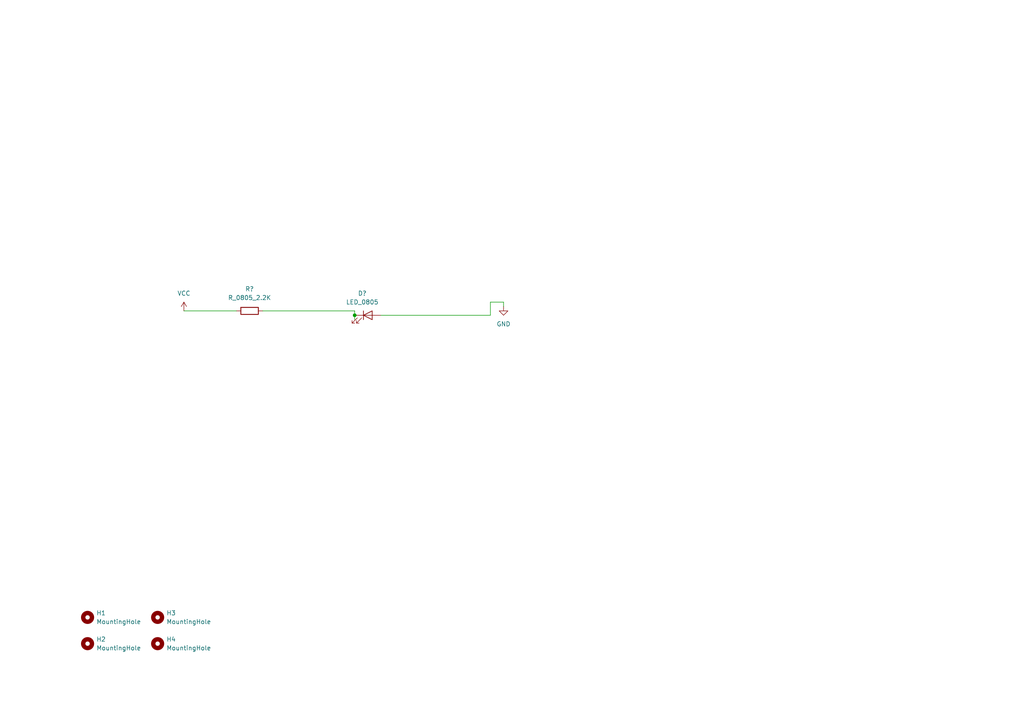
<source format=kicad_sch>
(kicad_sch (version 20211123) (generator eeschema)
  (paper "A4")
  (lib_symbols
    (symbol "HPS:GND" (power) (pin_names (offset 0))
      (property "Value" "GND" (at 0 -3.81 0))
      (symbol "GND_0_1"
        (polyline (pts (xy 0 0) (xy 0 -1.27) (xy 1.27 -1.27) (xy 0 -2.54) (xy -1.27 -1.27) (xy 0 -1.27)))
      )
      (symbol "GND_1_1"
        (pin power_in line (at 0 0 270) (length 0) hide (name "GND") (number "1"))
      )
    )
    (symbol "HPS:LED_0805" (pin_numbers hide) (pin_names (offset 1.016) hide)
      (property "Reference" "D" (at 0 2.54 0))
      (property "Value" "LED_0805" (at 0 -2.54 0))
      (symbol "LED_0805_0_1"
        (polyline (pts (xy -1.27 -1.27) (xy -1.27 1.27)) (stroke (width 0.2032)))
        (polyline (pts (xy -1.27 0) (xy 1.27 0)))
        (polyline (pts (xy 1.27 -1.27) (xy 1.27 1.27) (xy -1.27 0) (xy 1.27 -1.27)) (stroke (width 0.2032)))
        (polyline (pts (xy -3.048 -0.762) (xy -4.572 -2.286) (xy -3.81 -2.286) (xy -4.572 -2.286) (xy -4.572 -1.524)))
        (polyline (pts (xy -1.778 -0.762) (xy -3.302 -2.286) (xy -2.54 -2.286) (xy -3.302 -2.286) (xy -3.302 -1.524)))
      )
      (symbol "LED_0805_1_1"
        (pin passive line (at -3.81 0 0) (length 2.54) (name "K") (number "1"))
        (pin passive line (at 3.81 0 180) (length 2.54) (name "A") (number "2"))
      )
    )
    (symbol "HPS:MountingHole" (pin_names (offset 1.016))
      (property "Reference" "H" (at 0 5.08 0))
      (property "Value" "MountingHole" (at 0 3.175 0))
      (symbol "MountingHole_0_1"
        (circle (center 0 0) (radius 1.27) (stroke (width 1.27)))
      )
    )
    (symbol "HPS:R_0805_2.2K" (pin_numbers hide) (pin_names (offset 0))
      (property "Reference" "R" (at 2.032 0 90))
      (property "Value" "R_0805_2.2K" (at -2.54 0 90))
      (symbol "R_0805_2.2K_0_1"
        (rectangle (start -1.016 -2.54) (end 1.016 2.54) (stroke (width 0.254)))
      )
      (symbol "R_0805_2.2K_1_1"
        (pin passive line (at 0 3.81 270) (length 1.27) (name "~") (number "1"))
        (pin passive line (at 0 -3.81 90) (length 1.27) (name "~") (number "2"))
      )
    )
    (symbol "HPS:VCC" (power) (pin_names (offset 0))
      (property "Value" "VCC" (at 0 3.81 0))
      (symbol "VCC_0_1"
        (polyline (pts (xy -0.762 1.27) (xy 0 2.54)))
        (polyline (pts (xy 0 0) (xy 0 2.54)))
        (polyline (pts (xy 0 2.54) (xy 0.762 1.27)))
      )
      (symbol "VCC_1_1"
        (pin power_in line (at 0 0 90) (length 0) hide (name "VCC") (number "1"))
      )
    )
  )
  (junction (at 102.87 91.44))
  (wire (pts (xy 142.24 91.44) (xy 142.24 87.63)))
  (wire (pts (xy 146.05 87.63) (xy 146.05 88.9)))
  (wire (pts (xy 102.87 91.44) (xy 102.87 92.71)))
  (wire (pts (xy 110.49 91.44) (xy 142.24 91.44)))
  (wire (pts (xy 76.2 90.17) (xy 102.87 90.17)))
  (wire (pts (xy 142.24 87.63) (xy 146.05 87.63)))
  (wire (pts (xy 102.87 90.17) (xy 102.87 91.44)))
  (wire (pts (xy 53.34 90.17) (xy 68.58 90.17)))
  (symbol (lib_id "HPS:MountingHole") (at 45.72 179.07 0) (unit 1)
    (property "Reference" "H3" (at 48.26 177.7999 0) (effects (justify left)))
    (property "Value" "MountingHole" (at 48.26 180.3399 0) (effects (justify left)))
    (property "Footprint" "footprints:MountingHole_3.2mm_M3" (effects hide))
  )
  (symbol (lib_id "HPS:VCC") (at 53.34 90.17 0) (unit 1)
    (property "Reference" "#PWR?" (effects hide))
    (property "Value" "VCC" (at 53.34 85.09 0))
  )
  (symbol (lib_id "HPS:MountingHole") (at 25.4 179.07 0) (unit 1)
    (property "Reference" "H1" (at 27.94 177.7999 0) (effects (justify left)))
    (property "Value" "MountingHole" (at 27.94 180.3399 0) (effects (justify left)))
    (property "Footprint" "footprints:MountingHole_3.2mm_M3" (effects hide))
  )
  (symbol (lib_id "HPS:R_0805_2.2K") (at 72.39 90.17 270) (unit 1)
    (property "Reference" "R?" (at 72.39 83.82 90))
    (property "Value" "R_0805_2.2K" (at 72.39 86.36 90))
    (property "Footprint" "footprints:R_0805_2012Metric" (effects hide))
    (property "Datasheet" "https://www.digikey.com/en/products/detail/yageo/RC0805FR-072K2L/727676" (effects hide))
    (property "MFG" "N/A" (effects hide))
    (property "MPN" "N/A" (effects hide))
    (property "Digikey PN" "311-2.20KCRCT-ND" (effects hide))
    (property "Mouser PN" "N/A" (effects hide))
    (property "Power" "N/A" (effects hide))
    (property "Tolerance" "N/A" (effects hide))
  )
  (symbol (lib_id "HPS:LED_0805") (at 106.68 91.44 0) (unit 1)
    (property "Reference" "D?" (at 105.0798 85.09 0))
    (property "Value" "LED_0805" (at 105.0798 87.63 0))
    (property "Footprint" "footprints:LED_0805_2012Metric" (effects hide))
    (property "Datasheet" "https://www.we-online.de/katalog/datasheet/150080RS75000.pdf" (effects hide))
    (property "MFG" "Würth Elektronik" (effects hide))
    (property "MPN" "150080RS75000" (effects hide))
    (property "Digikey PN" "732-4984-1-ND" (effects hide))
    (property "Mouser PN" "N/A" (effects hide))
  )
  (symbol (lib_id "HPS:MountingHole") (at 25.4 186.69 0) (unit 1)
    (property "Reference" "H2" (at 27.94 185.4199 0) (effects (justify left)))
    (property "Value" "MountingHole" (at 27.94 187.9599 0) (effects (justify left)))
    (property "Footprint" "footprints:MountingHole_3.2mm_M3" (effects hide))
  )
  (symbol (lib_id "HPS:GND") (at 146.05 88.9 0) (unit 1)
    (property "Reference" "#PWR?" (effects hide))
    (property "Value" "GND" (at 146.05 93.98 0))
  )
  (symbol (lib_id "HPS:MountingHole") (at 45.72 186.69 0) (unit 1)
    (property "Reference" "H4" (at 48.26 185.4199 0) (effects (justify left)))
    (property "Value" "MountingHole" (at 48.26 187.9599 0) (effects (justify left)))
    (property "Footprint" "footprints:MountingHole_3.2mm_M3" (effects hide))
  )
)
</source>
